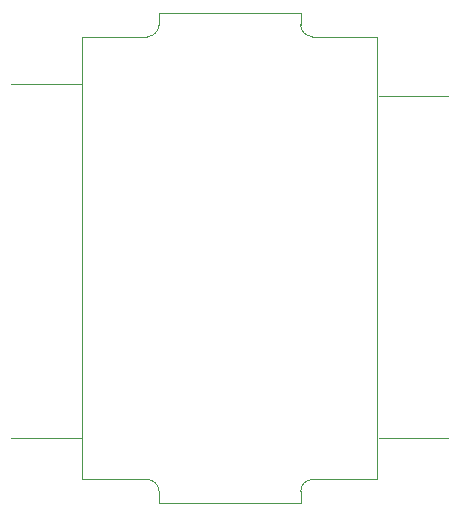
<source format=gbr>
%TF.GenerationSoftware,KiCad,Pcbnew,7.0.1-3b83917a11~172~ubuntu22.04.1*%
%TF.CreationDate,2023-07-05T11:02:11+02:00*%
%TF.ProjectId,phyphox-newton,70687970-686f-4782-9d6e-6577746f6e2e,rev?*%
%TF.SameCoordinates,Original*%
%TF.FileFunction,Profile,NP*%
%FSLAX46Y46*%
G04 Gerber Fmt 4.6, Leading zero omitted, Abs format (unit mm)*
G04 Created by KiCad (PCBNEW 7.0.1-3b83917a11~172~ubuntu22.04.1) date 2023-07-05 11:02:11*
%MOMM*%
%LPD*%
G01*
G04 APERTURE LIST*
%TA.AperFunction,Profile*%
%ADD10C,0.100000*%
%TD*%
%TA.AperFunction,Profile*%
%ADD11C,0.055880*%
%TD*%
G04 APERTURE END LIST*
D10*
X106500000Y-100500000D02*
X106500000Y-101500000D01*
X118500000Y-101500000D02*
G75*
G03*
X119500000Y-102500000I1000000J0D01*
G01*
X100000000Y-102500000D02*
X100000000Y-140000000D01*
X105500000Y-140000000D02*
X100000000Y-140000000D01*
X119500000Y-140000000D02*
G75*
G03*
X118500000Y-141000000I0J-1000000D01*
G01*
X106500000Y-142000000D02*
X106500000Y-141000000D01*
D11*
X94000000Y-136500000D02*
X99900000Y-136500000D01*
D10*
X118500000Y-101500000D02*
X118500000Y-100500000D01*
D11*
X131000000Y-136500000D02*
X125100000Y-136500000D01*
D10*
X118500000Y-141000000D02*
X118500000Y-142000000D01*
X105500000Y-102500000D02*
G75*
G03*
X106500000Y-101500000I0J1000000D01*
G01*
X125000000Y-102500000D02*
X119500000Y-102500000D01*
X125000000Y-140000000D02*
X119500000Y-140000000D01*
D11*
X94000000Y-106500000D02*
X99900000Y-106500000D01*
D10*
X105500000Y-102500000D02*
X100000000Y-102500000D01*
X125000000Y-140000000D02*
X125000000Y-102500000D01*
X106500000Y-100500000D02*
X118500000Y-100500000D01*
X106500000Y-142000000D02*
X118500000Y-142000000D01*
D11*
X131000000Y-107500000D02*
X125100000Y-107500000D01*
D10*
X106500000Y-141000000D02*
G75*
G03*
X105500000Y-140000000I-1000000J0D01*
G01*
M02*

</source>
